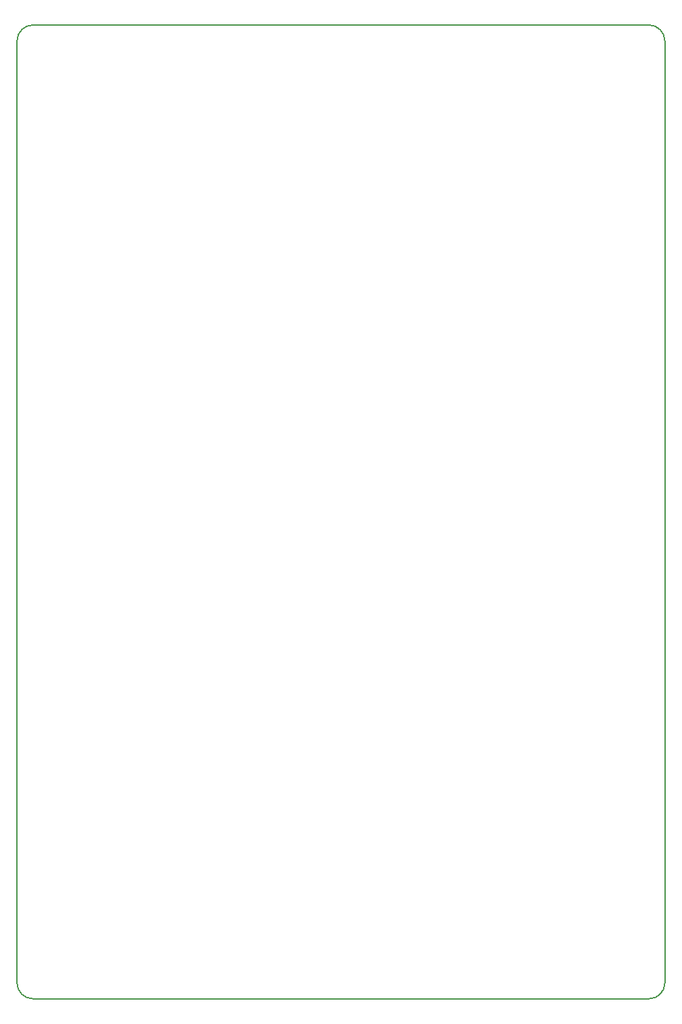
<source format=gbr>
%TF.GenerationSoftware,KiCad,Pcbnew,5.1.9-73d0e3b20d~88~ubuntu20.04.1*%
%TF.CreationDate,2021-03-20T19:20:58-05:00*%
%TF.ProjectId,KeypadMacropad1,4b657970-6164-44d6-9163-726f70616431,rev?*%
%TF.SameCoordinates,Original*%
%TF.FileFunction,Profile,NP*%
%FSLAX46Y46*%
G04 Gerber Fmt 4.6, Leading zero omitted, Abs format (unit mm)*
G04 Created by KiCad (PCBNEW 5.1.9-73d0e3b20d~88~ubuntu20.04.1) date 2021-03-20 19:20:58*
%MOMM*%
%LPD*%
G01*
G04 APERTURE LIST*
%TA.AperFunction,Profile*%
%ADD10C,0.200000*%
%TD*%
G04 APERTURE END LIST*
D10*
X94500000Y-25095000D02*
X94500000Y-25730000D01*
X175650050Y-25095000D02*
X175650050Y-25730000D01*
X175650050Y-25730000D02*
X175650050Y-27250000D01*
X94500000Y-27250000D02*
X94500000Y-25730000D01*
X96500000Y-145000000D02*
X173650049Y-145000000D01*
X175650050Y-143000000D02*
X175650050Y-27250000D01*
X175650050Y-143000001D02*
G75*
G02*
X173650049Y-145000000I-2000000J1D01*
G01*
X173650050Y-23095000D02*
X96500000Y-23095000D01*
X173650050Y-23095000D02*
G75*
G02*
X175650050Y-25095000I0J-2000000D01*
G01*
X96500000Y-145000000D02*
G75*
G02*
X94500000Y-143000000I0J2000000D01*
G01*
X96500000Y-145000000D02*
X96500000Y-145000000D01*
X94500000Y-27250000D02*
X94500000Y-143000000D01*
X94500000Y-25095000D02*
G75*
G02*
X96500000Y-23095000I2000000J0D01*
G01*
M02*

</source>
